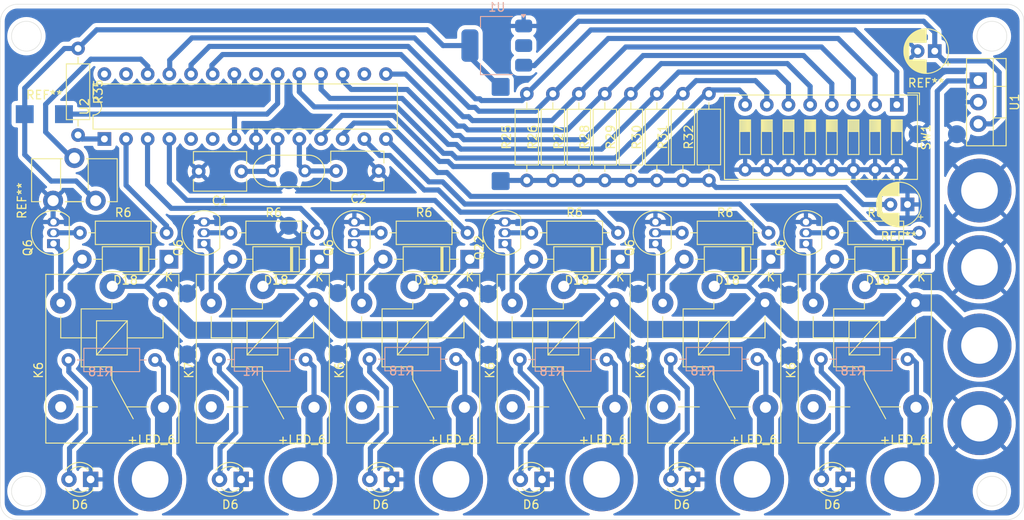
<source format=kicad_pcb>
(kicad_pcb (version 20240108) (generator "pcbnew") (generator_version "8.0")
  (title_block (title "Illuminated Signs control board (6-Pin)") (date "31/08/2024") (rev "1.0") (company "EmbeddedPioneer"))
  (layers (0 "F.Cu" power) (31 "B.Cu" signal) (34 "B.Paste" user) (35 "F.Paste" user) (36 "B.SilkS" user "B.Silkscreen") (37 "F.SilkS" user "F.Silkscreen") (38 "B.Mask" user) (39 "F.Mask" user) (44 "Edge.Cuts" user))
  (net 0 "")
  (net 1 "GND")
  (net 2 "Net-(R27-Pad2)")
  (net 3 "+12V")
  (net 4 "Net-(D6-A)")
  (net 5 "Net-(D18-A)")
  (net 7 "Net-(J10-Pin_1)")
  (net 8 "Net-(Q6-B)")
  (net 9 "+5V")
  (net 10 "unconnected-(U1-VO-Pad3)")
  (net 11 "Net-(U2-XTAL1{slash}PB6)")
  (net 12 "Net-(U2-XTAL2{slash}PB7)")
  (net 13 "unconnected-(R6-Pad2)")
  (net 14 "Net-(R25-Pad2)")
  (net 15 "Net-(R26-Pad2)")
  (net 16 "Net-(R28-Pad2)")
  (net 17 "Net-(R29-Pad2)")
  (net 18 "Net-(R30-Pad2)")
  (net 19 "Net-(R31-Pad2)")
  (net 20 "Net-(R32-Pad2)")
  (net 21 "Net-(U2-~{RESET}{slash}PC6)")
  (net 22 "unconnected-(U2-PD7-Pad13)")
  (net 24 "unconnected-(U2-PD2-Pad4)")
  (net 26 "unconnected-(U2-PB0-Pad14)")
  (net 27 "unconnected-(U2-PC3-Pad26)")
  (net 33 "unconnected-(U2-PB5-Pad19)")
  (net 40 "unconnected-(U2-PD5-Pad11)")
  (net 42 "unconnected-(U2-PD6-Pad12)")
  (net 43 "unconnected-(U1-VO-Pad2)")
  (footprint "" (layer "F.Cu") (at 121.5 94.515)
    (property "Reference" "")
    (property "Value" "")
  )
  (footprint "Resistor_THT:R_Axial_DIN0207_L6.3mm_D2.5mm_P10.16mm_Horizontal" (layer "F.Cu") (at 155.52 94.54 90)
    (property "Reference" "R27")
    (property "Value" "10K")
  )
  (footprint "Package_TO_SOT_THT:TO-92_Inline" (layer "F.Cu") (at 93.92 101.96 90)
    (property "Reference" "Q6")
    (property "Value" "BC547")
  )
  (footprint "Resistor_THT:R_Axial_DIN0207_L6.3mm_D2.5mm_P10.16mm_Horizontal" (layer "F.Cu") (at 114.67 100.69)
    (property "Reference" "R6")
    (property "Value" "1K")
  )
  (footprint "Resistor_THT:R_Axial_DIN0207_L6.3mm_D2.5mm_P10.16mm_Horizontal" (layer "F.Cu") (at 185.25 100.69)
    (property "Reference" "R6")
    (property "Value" "1K")
  )
  (footprint "Package_TO_SOT_THT:TO-220-3_Vertical" (layer "F.Cu") (at 202.35 82.815 -90)
    (property "Reference" "U1")
    (property "Value" "LM7812_TO220")
  )
  (footprint "Package_TO_SOT_THT:TO-92_Inline" (layer "F.Cu") (at 182.15 101.96 90)
    (property "Reference" "Q6")
    (property "Value" "BC547")
  )
  (footprint "" (layer "F.Cu") (at 180.2 107.965 90)
    (property "Reference" "")
    (property "Value" "")
  )
  (footprint "Package_TO_SOT_THT:TO-92_Inline" (layer "F.Cu") (at 146.85 101.96 90)
    (property "Reference" "Q22")
    (property "Value" "BC547")
  )
  (footprint "" (layer "F.Cu") (at 162.5 107.865)
    (property "Reference" "")
    (property "Value" "")
  )
  (footprint "Crystal:Crystal_HC52-U_Vertical" (layer "F.Cu") (at 119.6 93.43)
    (property "Reference" "Y1" (hide yes))
    (property "Value" "Crystal")
  )
  (footprint "Resistor_THT:R_Axial_DIN0207_L6.3mm_D2.5mm_P10.16mm_Horizontal" (layer "F.Cu") (at 96.8 79.055 -90)
    (property "Reference" "R35")
    (property "Value" "10K")
  )
  (footprint "Relay_THT:Relay_SPDT_SANYOU_SRD_Series_Form_C" (layer "F.Cu") (at 153.75 106.97 -90)
    (property "Reference" "K6")
    (property "Value" "SANYOU_SRD_Form_C" (hide yes))
  )
  (footprint "Relay_THT:Relay_SPDT_SANYOU_SRD_Series_Form_C" (layer "F.Cu") (at 189.05 106.97 -90)
    (property "Reference" "K6")
    (property "Value" "SANYOU_SRD_Form_C" (hide yes))
  )
  (footprint "" (layer "F.Cu") (at 109.6 114.965)
    (property "Reference" "")
    (property "Value" "")
  )
  (footprint "Package_TO_SOT_THT:TO-92_Inline" (layer "F.Cu") (at 129.2 101.96 90)
    (property "Reference" "Q6")
    (property "Value" "BC547")
  )
  (footprint "Package_TO_SOT_THT:TO-92_Inline" (layer "F.Cu") (at 164.5 101.96 90)
    (property "Reference" "Q6")
    (property "Value" "BC547")
  )
  (footprint "" (layer "F.Cu") (at 180.2 107.965)
    (property "Reference" "")
    (property "Value" "")
  )
  (footprint "" (layer "F.Cu") (at 180.2 115.115 90)
    (property "Reference" "")
    (property "Value" "")
  )
  (footprint "" (layer "F.Cu") (at 199.85 89.115)
    (property "Reference" "")
    (property "Value" "")
  )
  (footprint "Diode_THT:D_DO-41_SOD81_P10.16mm_Horizontal" (layer "F.Cu") (at 125.1 103.79 180)
    (property "Reference" "D18")
    (property "Value" "1N4007")
  )
  (footprint "Capacitor_THT:C_Disc_D6.0mm_W4.4mm_P5.00mm" (layer "F.Cu") (at 127.05 93.43)
    (property "Reference" "C2")
    (property "Value" "22pf" (hide yes))
  )
  (footprint "MountingHole:MountingHole_4.3mm_M4_DIN965_Pad" (layer "F.Cu") (at 202.5 123.0279 180)
    (property "Reference" "GND" (hide yes))
    (property "Value" "MountingHole_4.3mm_M4_DIN965_Pad" (hide yes))
  )
  (footprint "LED_THT:LED_D3.0mm" (layer "F.Cu") (at 133.555 129.63 180)
    (property "Reference" "D6")
    (property "Value" "LED")
  )
  (footprint "Resistor_THT:R_Axial_DIN0207_L6.3mm_D2.5mm_P10.16mm_Horizontal" (layer "F.Cu") (at 161.62 94.54 90)
    (property "Reference" "R29")
    (property "Value" "10K")
  )
  (footprint "" (layer "F.Cu") (at 144.9 107.865 90)
    (property "Reference" "")
    (property "Value" "")
  )
  (footprint "Package_TO_SOT_THT:TO-92_Inline" (layer "F.Cu") (at 111.57 101.96 90)
    (property "Reference" "Q6")
    (property "Value" "BC547")
  )
  (footprint "Resistor_THT:R_Axial_DIN0207_L6.3mm_D2.5mm_P10.16mm_Horizontal" (layer "F.Cu") (at 152.47 94.54 90)
    (property "Reference" "R26")
    (property "Value" "10K")
  )
  (footprint "Button_Switch_THT:SW_DIP_SPSTx08_Slide_9.78x22.5mm_W7.62mm_P2.54mm" (layer "F.Cu") (at 192.8 85.66 -90)
    (property "Reference" "SW1")
    (property "Value" "Control_Switches")
  )
  (footprint "Capacitor_THT:CP_Radial_D5.0mm_P2.00mm" (layer "F.Cu") (at 197.25 79.365 180)
    (property "Reference" "REF**")
    (property "Value" "CP_Radial_D5.0mm_P2.00mm" (hide yes))
  )
  (footprint "" (layer "F.Cu") (at 144.9 107.865)
    (property "Reference" "")
    (property "Value" "")
  )
  (footprint "LED_THT:LED_D3.0mm" (layer "F.Cu") (at 115.925 129.63 180)
    (property "Reference" "D6")
    (property "Value" "LED")
  )
  (footprint "Capacitor_THT:C_Disc_D6.0mm_W4.4mm_P5.00mm" (layer "F.Cu") (at 115.95 93.48 180)
    (property "Reference" "C1")
    (property "Value" "22pf" (hide yes))
  )
  (footprint "Resistor_THT:R_Axial_DIN0207_L6.3mm_D2.5mm_P10.16mm_Horizontal" (layer "F.Cu") (at 149.42 94.54 90)
    (property "Reference" "R25")
    (property "Value" "10K")
  )
  (footprint "" (layer "F.Cu") (at 162.5 115.015)
    (property "Reference" "")
    (property "Value" "")
  )
  (footprint "" (layer "F.Cu") (at 121.5 99.865)
    (property "Reference" "")
    (property "Value" "")
  )
  (footprint "" (layer "F.Cu") (at 162.5 107.865 90)
    (property "Reference" "")
    (property "Value" "")
  )
  (footprint "" (layer "F.Cu") (at 127.25 114.915 90)
    (property "Reference" "")
    (property "Value" "")
  )
  (footprint "Resistor_THT:R_Axial_DIN0207_L6.3mm_D2.5mm_P10.16mm_Horizontal" (layer "F.Cu") (at 149.95 100.69)
    (property "Reference" "R6")
    (property "Value" "1K")
  )
  (footprint "LED_THT:LED_D3.0mm" (layer "F.Cu") (at 186.505 129.63 180)
    (property "Reference" "D6")
    (property "Value" "LED")
  )
  (footprint "Diode_THT:D_DO-41_SOD81_P10.16mm_Horizontal" (layer "F.Cu") (at 178.03 103.79 180)
    (property "Reference" "D18")
    (property "Value" "1N4007")
  )
  (footprint "Resistor_THT:R_Axial_DIN0207_L6.3mm_D2.5mm_P10.16mm_Horizontal" (layer "F.Cu") (at 97.02 100.69)
    (property "Reference" "R6")
    (property "Value" "1K")
  )
  (footprint "LED_THT:LED_D3.0mm" (layer "F.Cu") (at 151.205 129.63 180)
    (property "Reference" "D6")
    (property "Value" "LED")
  )
  (footprint "Relay_THT:Relay_SPDT_SANYOU_SRD_Series_Form_C" (layer "F.Cu") (at 100.82 106.97 -90)
    (property "Reference" "K6")
    (property "Value" "SANYOU_SRD_Form_C" (hide yes))
  )
  (footprint "" (layer "F.Cu") (at 146.35 83.565)
    (property "Reference" "")
    (property "Value" "")
  )
  (footprint "Potentiometer_THT:Potentiometer_ACP_CA9-H5_Horizontal" (layer "F.Cu") (at 93.875 96.915 90)
    (property "Reference" "REF**")
    (property "Value" "Potentiometer_ACP_CA9-H5_Horizontal" (hide yes))
  )
  (footprint "MountingHole:MountingHole_4.3mm_M4_DIN965_Pad" (layer "F.Cu") (at 158.18 129.63)
    (property "Reference" "+LED_6")
    (property "Value" "MountingHole_4.3mm_M4_DIN965_Pad" (hide yes))
  )
  (footprint "Package_DIP:DIP-28_W7.62mm" (layer "F.Cu") (at 99.89 89.68 90)
    (property "Reference" "U2")
    (property "Value" "ATmega328P")
  )
  (footprint "MountingHole:MountingHole_4.3mm_M4_DIN965_Pad" (layer "F.Cu") (at 175.83 129.63)
    (property "Reference" "+LED_6")
    (property "Value" "MountingHole_4.3mm_M4_DIN965_Pad" (hide yes))
  )
  (footprint "" (layer "F.Cu") (at 180.2 115.115)
    (property "Reference" "")
    (property "Value" "")
  )
  (footprint "" (layer "F.Cu") (at 109.6 107.815 90)
    (property "Reference" "")
    (property "Value" "")
  )
  (footprint "MountingHole:MountingHole_4.3mm_M4_DIN965_Pad" (layer "F.Cu") (at 122.9 129.63)
    (property "Reference" "+LED_6")
    (property "Value" "MountingHole_4.3mm_M4_DIN965_Pad" (hide yes))
  )
  (footprint "" (layer "F.Cu") (at 146.35 94.615)
    (property "Reference" "")
    (property "Value" "")
  )
  (footprint "Resistor_THT:R_Axial_DIN0207_L6.3mm_D2.5mm_P10.16mm_Horizontal" (layer "F.Cu") (at 170.77 94.53 90)
    (property "Reference" "R32")
    (property "Value" "10K")
  )
  (footprint "Diode_THT:D_DO-41_SOD81_P10.16mm_Horizontal" (layer "F.Cu") (at 142.73 103.79 180)
    (property "Reference" "D18")
    (property "Value" "1N4007")
  )
  (footprint "" (layer "F.Cu") (at 162.5 115.015 90)
    (property "Reference" "")
    (property "Value" "")
  )
  (footprint "Resistor_THT:R_Axial_DIN0207_L6.3mm_D2.5mm_P10.16mm_Horizontal" (layer "F.Cu") (at 167.6 100.69)
    (property "Reference" "R6")
    (property "Value" "1K")
  )
  (footprint "MountingHole:MountingHole_4.3mm_M4_DIN965_Pad" (layer "F.Cu") (at 140.53 129.63)
    (property "Reference" "+LED_6")
    (property "Value" "MountingHole_4.3mm_M4_DIN965_Pad" (hide yes))
  )
  (footprint "Diode_THT:D_DO-41_SOD81_P10.16mm_Horizontal" (layer "F.Cu") (at 107.45 103.79 180)
    (property "Reference" "D18")
    (property "Value" "1N4007")
  )
  (footprint "MountingHole:MountingHole_4.3mm_M4_DIN965_Pad" (layer "F.Cu") (at 105.25 129.63)
    (property "Reference" "+LED_6")
    (property "Value" "MountingHole_4.3mm_M4_DIN965_Pad" (hide yes))
  )
  (footprint "MountingHole:MountingHole_4.3mm_M4_DIN965_Pad" (layer "F.Cu") (at 202.5 95.73 180)
    (property "Reference" "-LED_5" (hide yes))
    (property "Value" "MountingHole_4.3mm_M4_DIN965_Pad" (hide yes))
  )
  (footprint "LED_THT:LED_D3.0mm" (layer "F.Cu") (at 98.275 129.63 180)
    (property "Reference" "D6")
    (property "Value" "LED")
  )
  (footprint "LED_THT:LED_D3.0mm" (layer "F.Cu") (at 168.855 129.63 180)
    (property "Reference" "D6")
    (property "Value" "LED")
  )
  (footprint "" (layer "F.Cu") (at 195.25 89.115)
    (property "Reference" "")
    (property "Value" "")
  )
  (footprint "Resistor_THT:R_Axial_DIN0207_L6.3mm_D2.5mm_P10.16mm_Horizontal" (layer "F.Cu") (at 164.67 94.54 90)
    (property "Reference" "R30")
    (property "Value" "10K")
  )
  (footprint "Connector_Wire:SolderWire-0.5sqmm_1x02_P4.6mm_D0.9mm_OD2.1mm" (layer "F.Cu") (at 90.55 86.765)
    (property "Reference" "REF**")
    (property "Value" "SolderWire-0.5sqmm_1x02_P4.6mm_D0.9mm_OD2.1mm" (hide yes))
  )
  (footprint "Resistor_THT:R_Axial_DIN0207_L6.3mm_D2.5mm_P10.16mm_Horizontal" (layer "F.Cu") (at 132.3 100.69)
    (property "Reference" "R6")
    (property "Value" "1K")
  )
  (footprint "Relay_THT:Relay_SPDT_SANYOU_SRD_Series_Form_C" (layer "F.Cu") (at 136.1 106.97 -90)
    (property "Reference" "K6")
    (property "Value" "SANYOU_SRD_Form_C" (hide yes))
  )
  (footprint "" (layer "F.Cu") (at 144.9 115.015 90)
    (property "Reference" "")
    (property "Value" "")
  )
  (footprint "Relay_THT:Relay_SPDT_SANYOU_SRD_Series_Form_C" (layer "F.Cu") (at 171.4 106.97 -90)
    (property "Reference" "K6")
    (property "Value" "SANYOU_SRD_Form_C" (hide yes))
  )
  (footprint "Diode_THT:D_DO-41_SOD81_P10.16mm_Horizontal" (layer "F.Cu") (at 195.68 103.79 180)
    (property "Reference" "D18")
    (property "Value" "1N4007")
  )
  (footprint "Diode_THT:D_DO-41_SOD81_P10.16mm_Horizontal" (layer "F.Cu") (at 160.38 103.79 180)
    (property "Reference" "D18")
    (property "Value" "1N4007")
  )
  (footprint "MountingHole:MountingHole_4.3mm_M4_DIN965_Pad" (layer "F.Cu") (at 202.5 104.73 180)
    (property "Reference" "-LED_4" (hide yes))
    (property "Value" "MountingHole_4.3mm_M4_DIN965_Pad" (hide yes))
  )
  (footprint "Capacitor_THT:CP_Radial_D5.0mm_P2.00mm" (layer "F.Cu") (at 194.055113 97.365 180)
    (property "Reference" "REF**")
    (property "Value" "CP_Radial_D5.0mm_P2.00mm" (hide yes))
  )
  (footprint "" (layer "F.Cu") (at 109.6 107.815)
    (property "Reference" "")
    (property "Value" "")
  )
  (footprint "MountingHole:MountingHole_4.3mm_M4_DIN965_Pad" (layer "F.Cu") (at 193.48 129.63)
    (property "Reference" "+LED_6")
    (property "Value" "MountingHole_4.3mm_M4_DIN965_Pad" (hide yes))
  )
  (footprint "" (layer "F.Cu") (at 144.9 115.015)
    (property "Reference" "")
    (property "Value" "")
  )
  (footprint "" (layer "F.Cu") (at 127.25 107.765 90)
    (property "Reference" "")
    (property "Value" "")
  )
  (footprint "MountingHole:MountingHole_4.3mm_M4_DIN965_Pad" (layer "F.Cu") (at 202.5 113.915 180)
    (property "Reference" "+24V" (hide yes))
    (property "Value" "MountingHole_4.3mm_M4_DIN965_Pad" (hide yes))
  )
  (footprint "" (layer "F.Cu") (at 109.6 114.965 90)
    (property "Reference" "")
    (property "Value" "")
  )
  (footprint "Resistor_THT:R_Axial_DIN0207_L6.3mm_D2.5mm_P10.16mm_Horizontal" (layer "F.Cu") (at 167.72 94.53 90)
    (property "Reference" "R31")
    (property "Value" "10K")
  )
  (footprint "Resistor_THT:R_Axial_DIN0207_L6.3mm_D2.5mm_P10.16mm_Horizontal" (layer "F.Cu") (at 158.57 94.54 90)
    (property "Reference" "R28")
    (property "Value" "10K")
  )
  (footprint "Relay_THT:Relay_SPDT_SANYOU_SRD_Series_Form_C" (layer "F.Cu") (at 118.47 106.97 -90)
    (property "Reference" "K7")
    (property "Value" "SANYOU_SRD_Form_C" (hide yes))
  )
  (footprint "Resistor_THT:R_Axial_DIN0207_L6.3mm_D2.5mm_P10.16mm_Horizontal" (layer "B.Cu") (at 166.3 115.515)
    (property "Reference" "R18")
    (property "Value" "470R")
  )
  (footprint "Resistor_THT:R_Axial_DIN0207_L6.3mm_D2.5mm_P10.16mm_Horizontal" (layer "B.Cu") (at 95.67 115.615)
    (property "Reference" "R18")
    (property "Value" "470R")
  )
  (footprint "Resistor_THT:R_Axial_DIN0207_L6.3mm_D2.5mm_P10.16mm_Horizontal" (layer "B.Cu") (at 113.32 115.565)
    (property "Reference" "R1")
    (property "Value" "470R")
  )
  (footprint "Resistor_THT:R_Axial_DIN0207_L6.3mm_D2.5mm_P10.16mm_Horizontal" (layer "B.Cu") (at 130.97 115.515)
    (property "Reference" "R18")
    (property "Value" "470R")
  )
  (footprint "Resistor_THT:R_Axial_DIN0207_L6.3mm_D2.5mm_P10.16mm_Horizontal" (layer "B.Cu") (at 148.6 115.565)
    (property "Reference" "R18")
    (property "Value" "470R")
  )
  (footprint "Resistor_THT:R_Axial_DIN0207_L6.3mm_D2.5mm_P10.16mm_Horizontal" (layer "B.Cu") (at 183.9 115.515)
    (property "Reference" "R18")
    (property "Value" "470R")
  )
  (footprint "Package_TO_SOT_SMD:SOT-223-3_TabPin2" (layer "B.Cu") (at 145.9 78.715 180)
    (property "Reference" "U1")
    (property "Value" "AMS1117-5.0" (hide yes))
  )
  (gr_circle (center 203.95 131.015) (end 205.7 131.015) (stroke (width 0.05)) (fill none) (layer "Edge.Cuts"))
  (gr_arc (start 87.7 75.865) (mid 88.285786 74.450786) (end 89.7 73.865) (stroke (width 0.05)) (layer "Edge.Cuts"))
  (gr_line (start 87.7 132.365) (end 87.7 75.865) (stroke (width 0.05)) (layer "Edge.Cuts"))
  (gr_circle (center 90.75 77.615) (end 92.5 77.615) (stroke (width 0.05)) (fill none) (layer "Edge.Cuts"))
  (gr_arc (start 207.7 132.365) (mid 207.114214 133.779214) (end 205.7 134.365) (stroke (width 0.05)) (layer "Edge.Cuts"))
  (gr_line (start 89.7 73.865) (end 205.7 73.865) (stroke (width 0.05)) (layer "Edge.Cuts"))
  (gr_circle (center 90.75 131.015) (end 92.5 131.015) (stroke (width 0.05)) (fill none) (layer "Edge.Cuts"))
  (gr_circle (center 203.95 77.615) (end 205.7 77.615) (stroke (width 0.05)) (fill none) (layer "Edge.Cuts"))
  (gr_arc (start 205.7 73.865) (mid 207.114214 74.450786) (end 207.7 75.865) (stroke (width 0.05)) (layer "Edge.Cuts"))
  (gr_line (start 205.7 134.365) (end 89.7 134.365) (stroke (width 0.05)) (layer "Edge.Cuts"))
  (gr_line (start 207.7 75.865) (end 207.7 132.365) (stroke (width 0.05)) (layer "Edge.Cuts"))
  (gr_arc (start 89.7 134.365) (mid 88.285786 133.779214) (end 87.7 132.365) (stroke (width 0.05)) (layer "Edge.Cuts"))
  (segment (start 146.85 100.69) (end 149.95 100.69) (width 0.6) (layer "B.Cu") (net 0))
  (segment (start 182.64 93.28) (end 185.18 93.28) (width 0.6) (layer "B.Cu") (net 1))
  (segment (start 175.02 93.28) (end 177.56 93.28) (width 0.6) (layer "B.Cu") (net 1))
  (segment (start 185.18 93.28) (end 187.72 93.28) (width 0.6) (layer "B.Cu") (net 1))
  (segment (start 190.26 93.28) (end 192.8 93.28) (width 0.6) (layer "B.Cu") (net 1))
  (segment (start 180.1 93.28) (end 182.64 93.28) (width 0.6) (layer "B.Cu") (net 1))
  (segment (start 203.45 123.9779) (end 202.5 123.0279) (width 0.6) (layer "B.Cu") (net 1))
  (segment (start 115.15 84.759888) (end 115.15 82.08) (width 0.6) (layer "B.Cu") (net 1))
  (segment (start 93.875 96.915) (end 93.875 99.375) (width 0.6) (layer "B.Cu") (net 1))
  (segment (start 187.72 93.28) (end 190.26 93.28) (width 0.6) (layer "B.Cu") (net 1))
  (segment (start 115.15 82.08) (end 115.13 82.06) (width 0) (layer "B.Cu") (net 1))
  (segment (start 93.875 99.375) (end 93.92 99.42) (width 0.6) (layer "B.Cu") (net 1))
  (segment (start 177.56 93.28) (end 180.1 93.28) (width 0.6) (layer "B.Cu") (net 1))
  (segment (start 112.5 81.015) (end 112.5 81.965) (width 0.6) (layer "B.Cu") (net 2))
  (segment (start 161.02 78.88) (end 183.97 78.88) (width 0.6) (layer "B.Cu") (net 2))
  (segment (start 142.6 87.065) (end 141.95 87.065) (width 0.6) (layer "B.Cu") (net 2))
  (segment (start 152.385 87.515) (end 143.05 87.515) (width 0.6) (layer "B.Cu") (net 2))
  (segment (start 143.05 87.515) (end 142.6 87.065) (width 0.6) (layer "B.Cu") (net 2))
  (segment (start 187.72 82.63) (end 187.72 85.66) (width 0.6) (layer "B.Cu") (net 2))
  (segment (start 183.97 78.88) (end 187.72 82.63) (width 0.6) (layer "B.Cu") (net 2))
  (segment (start 134.65 79.765) (end 113.75 79.765) (width 0.6) (layer "B.Cu") (net 2))
  (segment (start 155.52 84.38) (end 152.385 87.515) (width 0.6) (layer "B.Cu") (net 2))
  (segment (start 155.52 84.38) (end 161.02 78.88) (width 0.6) (layer "B.Cu") (net 2))
  (segment (start 113.75 79.765) (end 112.5 81.015) (width 0.6) (layer "B.Cu") (net 2))
  (segment (start 141.95 87.065) (end 134.65 79.765) (width 0.6) (layer "B.Cu") (net 2))
  (segment (start 127.58 112.08) (end 138.89 112.08) (width 2) (layer "B.Cu") (net 3))
  (segment (start 178.03 104.22) (end 175.28 106.97) (width 0.6) (layer "B.Cu") (net 3))
  (segment (start 122.35 106.97) (end 122.47 106.97) (width 0.6) (layer "B.Cu") (net 3))
  (segment (start 145.21 112.08) (end 156.54 112.08) (width 2) (layer "B.Cu") (net 3))
  (segment (start 115.3 118.93) (end 115.3 124.13) (width 0.6) (layer "B.Cu") (net 3))
  (segment (start 177.4 121.17) (end 177.4 128.06) (width 2) (layer "B.Cu") (net 3))
  (segment (start 124.42 108.92) (end 124.42 108.95) (width 0.6) (layer "B.Cu") (net 3))
  (segment (start 189.05 106.97) (end 192.93 106.97) (width 0.6) (layer "B.Cu") (net 3))
  (segment (start 113.37 115.43) (end 113.37 117) (width 0.6) (layer "B.Cu") (net 3))
  (segment (start 124.47 116.435) (end 124.47 121.17) (width 0.6) (layer "B.Cu") (net 3))
  (segment (start 123.48 115.565) (end 123.6 115.565) (width 0.6) (layer "B.Cu") (net 3))
  (segment (start 178.03 103.79) (end 178.03 104.22) (width 0.6) (layer "B.Cu") (net 3))
  (segment (start 197.55 84.065) (end 198.75 82.865) (width 0.6) (layer "B.Cu") (net 3))
  (segment (start 113.45 125.98) (end 113.45 129.565) (width 0.6) (layer "B.Cu") (net 3))
  (segment (start 174.24 112.03) (end 177.35 108.92) (width 2) (layer "B.Cu") (net 3))
  (segment (start 198.75 82.865) (end 202.35 82.865) (width 0.6) (layer "B.Cu") (net 3))
  (segment (start 125.1 104.22) (end 122.35 106.97) (width 0.6) (layer "B.Cu") (net 3))
  (segment (start 195.05 128.06) (end 193.48 129.63) (width 0.6) (layer "B.Cu") (net 3))
  (segment (start 123.6 115.565) (end 124.47 116.435) (width 0.6) (layer "B.Cu") (net 3))
  (segment (start 177.35 108.92) (end 180.46 112.03) (width 2) (layer "B.Cu") (net 3))
  (segment (start 107.45 103.79) (end 107.45 104.22) (width 0.6) (layer "B.Cu") (net 3))
  (segment (start 136.1 106.97) (end 139.98 106.97) (width 0.6) (layer "B.Cu") (net 3))
  (segment (start 153.75 106.97) (end 157.63 106.97) (width 0.6) (layer "B.Cu") (net 3))
  (segment (start 157.63 106.97) (end 157.75 106.97) (width 0.6) (layer "B.Cu") (net 3))
  (segment (start 192.93 106.97) (end 193.05 106.97) (width 0.6) (layer "B.Cu") (net 3))
  (segment (start 159.75 121.17) (end 159.75 128.06) (width 2) (layer "B.Cu") (net 3))
  (segment (start 118.47 106.97) (end 122.35 106.97) (width 0.6) (layer "B.Cu") (net 3))
  (segment (start 202.5 113.915) (end 202.5 110.665) (width 0.6) (layer "B.Cu") (net 3))
  (segment (start 157.75 106.97) (end 159.7 108.92) (width 0.6) (layer "B.Cu") (net 3))
  (segment (start 107.45 104.22) (end 104.7 106.97) (width 0.6) (layer "B.Cu") (net 3))
  (segment (start 139.98 106.97) (end 140.1 106.97) (width 0.6) (layer "B.Cu") (net 3))
  (segment (start 113.45 129.565) (end 113.385 129.63) (width 0.6) (layer "B.Cu") (net 3))
  (segment (start 106.77 108.92) (end 109.98 112.13) (width 2) (layer "B.Cu") (net 3))
  (segment (start 124.42 108.92) (end 127.58 112.08) (width 2) (layer "B.Cu") (net 3))
  (segment (start 195.68 103.79) (end 197.55 101.92) (width 0.6) (layer "B.Cu") (net 3))
  (segment (start 121.21 112.13) (end 124.42 108.92) (width 2) (layer "B.Cu") (net 3))
  (segment (start 104.82 106.97) (end 106.77 108.92) (width 0.6) (layer "B.Cu") (net 3))
  (segment (start 159.75 128.06) (end 158.18 129.63) (width 0.6) (layer "B.Cu") (net 3))
  (segment (start 202.35 82.865) (end 202.6 82.615) (width 0.6) (layer "B.Cu") (net 3))
  (segment (start 197.505 108.92) (end 202.5 113.915) (width 2) (layer "B.Cu") (net 3))
  (segment (start 113.37 117) (end 115.3 118.93) (width 0.6) (layer "B.Cu") (net 3))
  (segment (start 142.05 108.92) (end 145.21 112.08) (width 2) (layer "B.Cu") (net 3))
  (segment (start 195.05 121.17) (end 195.05 128.06) (width 2) (layer "B.Cu") (net 3))
  (segment (start 125.1 103.79) (end 125.1 104.22) (width 0.6) (layer "B.Cu") (net 3))
  (segment (start 160.38 104.22) (end 157.63 106.97) (width 0.6) (layer "B.Cu") (net 3))
  (segment (start 159.7 108.92) (end 162.81 112.03) (width 2) (layer "B.Cu") (net 3))
  (segment (start 140.1 106.97) (end 142.05 108.92) (width 0.6) (layer "B.Cu") (net 3))
  (segment (start 142.1 128.06) (end 140.53 129.63) (width 0.6) (layer "B.Cu") (net 3))
  (segment (start 100.82 106.97) (end 104.7 106.97) (width 0.6) (layer "B.Cu") (net 3))
  (segment (start 142.73 103.79) (end 142.73 104.22) (width 0.6) (layer "B.Cu") (net 3))
  (segment (start 160.38 103.79) (end 160.38 104.22) (width 0.6) (layer "B.Cu") (net 3))
  (segment (start 115.3 124.13) (end 113.45 125.98) (width 0.6) (layer "B.Cu") (net 3))
  (segment (start 195.68 103.79) (end 195.68 104.22) (width 0.6) (layer "B.Cu") (net 3))
  (segment (start 195 108.92) (end 197.505 108.92) (width 2) (layer "B.Cu") (net 3))
  (segment (start 191.89 112.03) (end 195 108.92) (width 2) (layer "B.Cu") (net 3))
  (segment (start 142.1 121.17) (end 142.1 128.06) (width 2) (layer "B.Cu") (net 3))
  (segment (start 122.47 106.97) (end 124.42 108.92) (width 0.6) (layer "B.Cu") (net 3))
  (segment (start 162.81 112.03) (end 174.24 112.03) (width 2) (layer "B.Cu") (net 3))
  (segment (start 138.89 112.08) (end 142.05 108.92) (width 2) (layer "B.Cu") (net 3))
  (segment (start 171.4 106.97) (end 175.28 106.97) (width 0.6) (layer "B.Cu") (net 3))
  (segment (start 104.7 106.97) (end 104.82 106.97) (width 0.6) (layer "B.Cu") (net 3))
  (segment (start 197.55 101.92) (end 197.55 84.065) (width 0.6) (layer "B.Cu") (net 3))
  (segment (start 177.4 128.06) (end 175.83 129.63) (width 0.6) (layer "B.Cu") (net 3))
  (segment (start 195.68 104.22) (end 192.93 106.97) (width 0.6) (layer "B.Cu") (net 3))
  (segment (start 106.82 121.17) (end 106.82 128.06) (width 2) (layer "B.Cu") (net 3))
  (segment (start 142.73 104.22) (end 139.98 106.97) (width 0.6) (layer "B.Cu") (net 3))
  (segment (start 156.54 112.08) (end 159.7 108.92) (width 2) (layer "B.Cu") (net 3))
  (segment (start 180.46 112.03) (end 191.89 112.03) (width 2) (layer "B.Cu") (net 3))
  (segment (start 175.28 106.97) (end 175.4 106.97) (width 0.6) (layer "B.Cu") (net 3))
  (segment (start 124.47 121.17) (end 124.47 128.06) (width 2) (layer "B.Cu") (net 3))
  (segment (start 193.05 106.97) (end 195 108.92) (width 0.6) (layer "B.Cu") (net 3))
  (segment (start 109.98 112.13) (end 121.21 112.13) (width 2) (layer "B.Cu") (net 3))
  (segment (start 175.4 106.97) (end 177.35 108.92) (width 0.6) (layer "B.Cu") (net 3))
  (segment (start 124.47 128.06) (end 122.9 129.63) (width 0.6) (layer "B.Cu") (net 3))
  (segment (start 106.82 128.06) (end 105.25 129.63) (width 0.6) (layer "B.Cu") (net 3))
  (segment (start 131 115.43) (end 131 117) (width 0.6) (layer "B.Cu") (net 4))
  (segment (start 97.65 124.13) (end 95.8 125.98) (width 0.6) (layer "B.Cu") (net 4))
  (segment (start 148.73 129.565) (end 148.665 129.63) (width 0.6) (layer "B.Cu") (net 4))
  (segment (start 95.8 125.98) (end 95.8 129.565) (width 0.6) (layer "B.Cu") (net 4))
  (segment (start 150.58 118.93) (end 150.58 124.13) (width 0.6) (layer "B.Cu") (net 4))
  (segment (start 166.38 125.98) (end 166.38 129.565) (width 0.6) (layer "B.Cu") (net 4))
  (segment (start 148.65 115.43) (end 148.65 117) (width 0.6) (layer "B.Cu") (net 4))
  (segment (start 95.72 115.43) (end 95.72 117) (width 0.6) (layer "B.Cu") (net 4))
  (segment (start 158.76 115.565) (end 159.15 115.565) (width 0.6) (layer "B.Cu") (net 4))
  (segment (start 150.58 124.13) (end 148.73 125.98) (width 0.6) (layer "B.Cu") (net 4))
  (segment (start 185.88 118.93) (end 185.88 124.13) (width 0.6) (layer "B.Cu") (net 4))
  (segment (start 195.1 120.615) (end 195 120.715) (width 0.6) (layer "B.Cu") (net 4))
  (segment (start 194.65 115.515) (end 195.1 115.965) (width 0.6) (layer "B.Cu") (net 4))
  (segment (start 176.9 115.515) (end 177.45 116.065) (width 0.6) (layer "B.Cu") (net 4))
  (segment (start 95.72 117) (end 97.65 118.93) (width 0.6) (layer "B.Cu") (net 4))
  (segment (start 148.73 125.98) (end 148.73 129.565) (width 0.6) (layer "B.Cu") (net 4))
  (segment (start 166.3 115.43) (end 166.3 117) (width 0.6) (layer "B.Cu") (net 4))
  (segment (start 185.88 124.13) (end 184.03 125.98) (width 0.6) (layer "B.Cu") (net 4))
  (segment (start 159.15 115.565) (end 159.8 116.215) (width 0.6) (layer "B.Cu") (net 4))
  (segment (start 183.95 115.43) (end 183.95 117) (width 0.6) (layer "B.Cu") (net 4))
  (segment (start 166.38 129.565) (end 166.315 129.63) (width 0.6) (layer "B.Cu") (net 4))
  (segment (start 97.65 118.93) (end 97.65 124.13) (width 0.6) (layer "B.Cu") (net 4))
  (segment (start 194.06 115.515) (end 194.65 115.515) (width 0.6) (layer "B.Cu") (net 4))
  (segment (start 184.03 129.565) (end 183.965 129.63) (width 0.6) (layer "B.Cu") (net 4))
  (segment (start 142.15 120.865) (end 142.1 120.915) (width 0.6) (layer "B.Cu") (net 4))
  (segment (start 131.08 125.98) (end 131.08 129.565) (width 0.6) (layer "B.Cu") (net 4))
  (segment (start 131.08 129.565) (end 131.015 129.63) (width 0.6) (layer "B.Cu") (net 4))
  (segment (start 132.93 118.93) (end 132.93 124.13) (width 0.6) (layer "B.Cu") (net 4))
  (segment (start 132.93 124.13) (end 131.08 125.98) (width 0.6) (layer "B.Cu") (net 4))
  (segment (start 166.3 117) (end 168.23 118.93) (width 0.6) (layer "B.Cu") (net 4))
  (segment (start 168.23 118.93) (end 168.23 124.13) (width 0.6) (layer "B.Cu") (net 4))
  (segment (start 131 117) (end 132.93 118.93) (width 0.6) (layer "B.Cu") (net 4))
  (segment (start 184.03 125.98) (end 184.03 129.565) (width 0.6) (layer "B.Cu") (net 4))
  (segment (start 141.7 115.515) (end 142.15 115.965) (width 0.6) (layer "B.Cu") (net 4))
  (segment (start 177.45 116.065) (end 177.45 120.815) (width 0.6) (layer "B.Cu") (net 4))
  (segment (start 159.8 116.215) (end 159.8 121.165) (width 0.6) (layer "B.Cu") (net 4))
  (segment (start 95.8 129.565) (end 95.735 129.63) (width 0.6) (layer "B.Cu") (net 4))
  (segment (start 176.46 115.515) (end 176.9 115.515) (width 0.6) (layer "B.Cu") (net 4))
  (segment (start 141.13 115.515) (end 141.7 115.515) (width 0.6) (layer "B.Cu") (net 4))
  (segment (start 195.1 115.965) (end 195.1 120.615) (width 0.6) (layer "B.Cu") (net 4))
  (segment (start 142.15 115.965) (end 142.15 120.865) (width 0.6) (layer "B.Cu") (net 4))
  (segment (start 183.95 117) (end 185.88 118.93) (width 0.6) (layer "B.Cu") (net 4))
  (segment (start 168.23 124.13) (end 166.38 125.98) (width 0.6) (layer "B.Cu") (net 4))
  (segment (start 148.65 117) (end 150.58 118.93) (width 0.6) (layer "B.Cu") (net 4))
  (segment (start 94.77 106.31) (end 97.29 103.79) (width 0.6) (layer "B.Cu") (net 5))
  (segment (start 183 106.31) (end 185.52 103.79) (width 0.6) (layer "B.Cu") (net 5))
  (segment (start 94.77 108.92) (end 94.77 106.31) (width 0.6) (layer "B.Cu") (net 5))
  (segment (start 147.7 106.31) (end 150.22 103.79) (width 0.6) (layer "B.Cu") (net 5))
  (segment (start 183 102.81) (end 183 106.31) (width 0.6) (layer "B.Cu") (net 5))
  (segment (start 130.05 108.92) (end 130.05 106.31) (width 0.6) (layer "B.Cu") (net 5))
  (segment (start 112.42 106.31) (end 114.94 103.79) (width 0.6) (layer "B.Cu") (net 5))
  (segment (start 183 108.92) (end 183 106.31) (width 0.6) (layer "B.Cu") (net 5))
  (segment (start 97.12 103.62) (end 97.29 103.79) (width 0.6) (layer "B.Cu") (net 5))
  (segment (start 167.7 103.62) (end 167.87 103.79) (width 0.6) (layer "B.Cu") (net 5))
  (segment (start 167.9 103.76) (end 167.87 103.79) (width 0.6) (layer "B.Cu") (net 5))
  (segment (start 150.05 103.62) (end 150.22 103.79) (width 0.6) (layer "B.Cu") (net 5))
  (segment (start 182.15 101.96) (end 183 102.81) (width 0.6) (layer "B.Cu") (net 5))
  (segment (start 114.77 103.62) (end 114.94 103.79) (width 0.6) (layer "B.Cu") (net 5))
  (segment (start 165.35 108.92) (end 165.35 106.31) (width 0.6) (layer "B.Cu") (net 5))
  (segment (start 130.05 102.81) (end 130.05 106.31) (width 0.6) (layer "B.Cu") (net 5))
  (segment (start 150.25 103.76) (end 150.22 103.79) (width 0.6) (layer "B.Cu") (net 5))
  (segment (start 129.2 101.96) (end 130.05 102.81) (width 0.6) (layer "B.Cu") (net 5))
  (segment (start 111.57 101.96) (end 112.42 102.81) (width 0.6) (layer "B.Cu") (net 5))
  (segment (start 185.55 103.76) (end 185.52 103.79) (width 0.6) (layer "B.Cu") (net 5))
  (segment (start 185.35 103.62) (end 185.52 103.79) (width 0.6) (layer "B.Cu") (net 5))
  (segment (start 165.35 102.81) (end 165.35 106.31) (width 0.6) (layer "B.Cu") (net 5))
  (segment (start 132.4 103.62) (end 132.57 103.79) (width 0.6) (layer "B.Cu") (net 5))
  (segment (start 147.7 108.92) (end 147.7 106.31) (width 0.6) (layer "B.Cu") (net 5))
  (segment (start 112.42 108.92) (end 112.42 106.31) (width 0.6) (layer "B.Cu") (net 5))
  (segment (start 93.92 101.96) (end 94.77 102.81) (width 0.6) (layer "B.Cu") (net 5))
  (segment (start 147.7 102.81) (end 147.7 106.31) (width 0.6) (layer "B.Cu") (net 5))
  (segment (start 130.05 106.31) (end 132.57 103.79) (width 0.6) (layer "B.Cu") (net 5))
  (segment (start 146.85 101.96) (end 147.7 102.81) (width 0.6) (layer "B.Cu") (net 5))
  (segment (start 97.32 103.76) (end 97.29 103.79) (width 0.6) (layer "B.Cu") (net 5))
  (segment (start 164.5 101.96) (end 165.35 102.81) (width 0.6) (layer "B.Cu") (net 5))
  (segment (start 114.97 103.76) (end 114.94 103.79) (width 0.6) (layer "B.Cu") (net 5))
  (segment (start 94.77 102.81) (end 94.77 106.31) (width 0.6) (layer "B.Cu") (net 5))
  (segment (start 112.42 102.81) (end 112.42 106.31) (width 0.6) (layer "B.Cu") (net 5))
  (segment (start 165.35 106.31) (end 167.87 103.79) (width 0.6) (layer "B.Cu") (net 5))
  (segment (start 132.6 103.76) (end 132.57 103.79) (width 0.6) (layer "B.Cu") (net 5))
  (segment (start 106.82 116.435) (end 106.05 115.665) (width 0.6) (layer "B.Cu") (net 7))
  (segment (start 106.82 121.17) (end 106.82 116.435) (width 0.6) (layer "B.Cu") (net 7))
  (segment (start 106.05 115.665) (end 105.7 115.665) (width 0.6) (layer "B.Cu") (net 7))
  (segment (start 164.5 100.69) (end 167.6 100.69) (width 0.6) (layer "B.Cu") (net 8))
  (segment (start 93.92 100.69) (end 97.02 100.69) (width 0.6) (layer "B.Cu") (net 8))
  (segment (start 182.15 100.69) (end 185.25 100.69) (width 0.6) (layer "B.Cu") (net 8))
  (segment (start 129.2 100.69) (end 132.3 100.69) (width 0.6) (layer "B.Cu") (net 8))
  (segment (start 111.57 100.69) (end 114.67 100.69) (width 0.6) (layer "B.Cu") (net 8))
  (segment (start 158.57 94.54) (end 155.52 94.54) (width 0.6) (layer "B.Cu") (net 9))
  (segment (start 120.2 85.515) (end 120.2 82.065) (width 0.6) (layer "B.Cu") (net 9))
  (segment (start 192.055113 97.365) (end 188.85 97.365) (width 0.6) (layer "B.Cu") (net 9))
  (segment (start 98.99 76.865) (end 137.75 76.865) (width 0.6) (layer "B.Cu") (net 9))
  (segment (start 115.15 89.66) (end 115.13 89.68) (width 0) (layer "B.Cu") (net 9))
  (segment (start 115.15 86.759888) (end 95.405112 86.759888) (width 0.6) (layer "B.Cu") (net 9))
  (segment (start 161.62 94.54) (end 158.57 94.54) (width 0.6) (layer "B.Cu") (net 9))
  (segment (start 164.68 94.53) (end 164.67 94.54) (width 0.6) (layer "B.Cu") (net 9))
  (segment (start 115.15 86.759888) (end 118.955112 86.759888) (width 0.6) (layer "B.Cu") (net 9))
  (segment (start 146.3 94.565) (end 146.1 94.765) (width 0.6) (layer "B.Cu") (net 9))
  (segment (start 152.47 94.54) (end 149.42 94.54) (width 0.6) (layer "B.Cu") (net 9))
  (segment (start 155.52 94.54) (end 152.47 94.54) (width 0.6) (layer "B.Cu") (net 9))
  (segment (start 146.575 94.54) (end 146.55 94.565) (width 0.6) (layer "B.Cu") (net 9))
  (segment (start 93.65 94.615) (end 90.55 91.515) (width 0.6) (layer "B.Cu") (net 9))
  (segment (start 149.42 94.54) (end 146.575 94.54) (width 0.6) (layer "B.Cu") (net 9))
  (segment (start 96.575 94.615) (end 93.65 94.615) (width 0.6) (layer "B.Cu") (net 9))
  (segment (start 90.55 91.515) (end 90.55 83.715) (width 0.6) (layer "B.Cu") (net 9))
  (segment (start 188.85 97.365) (end 186.85 95.365) (width 0.6) (layer "B.Cu") (net 9))
  (segment (start 170.77 94.53) (end 167.72 94.53) (width 0.6) (layer "B.Cu") (net 9))
  (segment (start 118.955112 86.759888) (end 120.2 85.515) (width 0.6) (layer "B.Cu") (net 9))
  (segment (start 95.21 79.055) (end 96.8 79.055) (width 0.6) (layer "B.Cu") (net 9))
  (segment (start 146.55 94.565) (end 146.3 94.565) (width 0.6) (layer "B.Cu") (net 9))
  (segment (start 186.85 95.365) (end 171.605 95.365) (width 0.6) (layer "B.Cu") (net 9))
  (segment (start 115.13 89.68) (end 115.09 89.64) (width 0.6) (layer "B.Cu") (net 9))
  (segment (start 96.8 79.055) (end 98.99 76.865) (width 0.6) (layer "B.Cu") (net 9))
  (segment (start 167.72 94.53) (end 164.68 94.53) (width 0.6) (layer "B.Cu") (net 9))
  (segment (start 171.605 95.365) (end 170.77 94.53) (width 0.6) (layer "B.Cu") (net 9))
  (segment (start 120.2 82.065) (end 120.15 82.015) (width 0.6) (layer "B.Cu") (net 9))
  (segment (start 95.405112 86.759888) (end 95.4 86.765) (width 0.6) (layer "B.Cu") (net 9))
  (segment (start 137.75 76.865) (end 139.6 78.715) (width 0.6) (layer "B.Cu") (net 9))
  (segment (start 115.15 86.759888) (end 115.15 89.66) (width 0.6) (layer "B.Cu") (net 9))
  (segment (start 98.875 96.915) (end 96.575 94.615) (width 0.6) (layer "B.Cu") (net 9))
  (segment (start 164.67 94.54) (end 161.62 94.54) (width 0.6) (layer "B.Cu") (net 9))
  (segment (start 90.55 83.715) (end 95.21 79.055) (width 0.6) (layer "B.Cu") (net 9))
  (segment (start 139.6 78.715) (end 142.75 78.715) (width 0.6) (layer "B.Cu") (net 9))
  (segment (start 150.3 81.065) (end 148.9 81.065) (width 0.6) (layer "B.Cu") (net 10))
  (segment (start 155.5 75.865) (end 150.3 81.065) (width 0.6) (layer "B.Cu") (net 10))
  (segment (start 197.25 79.315) (end 197.45 79.515) (width 0.6) (layer "B.Cu") (net 10))
  (segment (start 204.8 87.015) (end 204.8 81.865) (width 0.6) (layer "B.Cu") (net 10))
  (segment (start 155.5 75.865) (end 195.95 75.865) (width 0.6) (layer "B.Cu") (net 10))
  (segment (start 197.25 77.165) (end 197.25 79.315) (width 0.6) (layer "B.Cu") (net 10))
  (segment (start 204.8 81.865) (end 203.45 80.515) (width 0.6) (layer "B.Cu") (net 10))
  (segment (start 198.35 80.515) (end 197.2 79.365) (width 0.6) (layer "B.Cu") (net 10))
  (segment (start 203.45 80.515) (end 198.35 80.515) (width 0.6) (layer "B.Cu") (net 10))
  (segment (start 195.95 75.865) (end 197.25 77.165) (width 0.6) (layer "B.Cu") (net 10))
  (segment (start 203.91 87.905) (end 204.8 87.015) (width 0.6) (layer "B.Cu") (net 10))
  (segment (start 202.595 87.905) (end 203.91 87.905) (width 0.6) (layer "B.Cu") (net 10))
  (segment (start 120.21 89.68) (end 120.21 92.82) (width 0.6) (layer "B.Cu") (net 11))
  (segment (start 119.55 93.48) (end 119.6 93.43) (width 0.6) (layer "B.Cu") (net 11))
  (segment (start 115.95 93.48) (end 119.55 93.48) (width 0.6) (layer "B.Cu") (net 11))
  (segment (start 120.21 92.82) (end 119.6 93.43) (width 0.6) (layer "B.Cu") (net 11))
  (segment (start 122.75 89.68) (end 122.75 92.78) (width 0.6) (layer "B.Cu") (net 12))
  (segment (start 123.38 93.45) (end 123.4 93.43) (width 0.6) (layer "B.Cu") (net 12))
  (segment (start 122.75 92.78) (end 123.4 93.43) (width 0.6) (layer "B.Cu") (net 12))
  (segment (start 123.4 93.43) (end 127.05 93.43) (width 0.6) (layer "B.Cu") (net 12))
  (segment (start 177.76 100.69) (end 174.385 97.315) (width 0.6) (layer "B.Cu") (net 13))
  (segment (start 124.83 100.69) (end 124.83 99.76) (width 0.6) (layer "B.Cu") (net 13))
  (segment (start 142.46 100.69) (end 138.65 96.88) (width 0.6) (layer "B.Cu") (net 13))
  (segment (start 137.95 94.715) (end 134.8 91.565) (width 0.6) (layer "B.Cu") (net 13))
  (segment (start 174.385 97.315) (end 142.15 97.315) (width 0.6) (layer "B.Cu") (net 13))
  (segment (start 107.18 99.86) (end 102.5 95.18) (width 0.6) (layer "B.Cu") (net 13))
  (segment (start 107.18 100.69) (end 107.18 99.86) (width 0.6) (layer "B.Cu") (net 13))
  (segment (start 102.43 89.68) (end 102.43 95.11) (width 0.6) (layer "B.Cu") (net 13))
  (segment (start 107.735 97.815) (end 104.95 95.03) (width 0.6) (layer "B.Cu") (net 13))
  (segment (start 141.65 98.265) (end 139.05 95.665) (width 0.6) (layer "B.Cu") (net 13))
  (segment (start 102.43 95.11) (end 102.8 95.48) (width 0.6) (layer "B.Cu") (net 13))
  (segment (start 157.685 98.265) (end 141.65 98.265) (width 0.6) (layer "B.Cu") (net 13))
  (segment (start 139.05 95.665) (end 137.4 95.665) (width 0.6) (layer "B.Cu") (net 13))
  (segment (start 142.85 96.415) (end 140.05 93.615) (width 0.6) (layer "B.Cu") (net 13))
  (segment (start 139.55 94.715) (end 137.95 94.715) (width 0.6) (layer "B.Cu") (net 13))
  (segment (start 190.425 100.69) (end 186.15 96.415) (width 0.6) (layer "B.Cu") (net 13))
  (segment (start 138.95 93.615) (end 136.25 90.915) (width 0.6) (layer "B.Cu") (net 13))
  (segment (start 124.83 99.76) (end 122.885 97.815) (width 0.6) (layer "B.Cu") (net 13))
  (segment (start 195.41 100.69) (end 190.425 100.69) (width 0.6) (layer "B.Cu") (net 13))
  (segment (start 140.05 93.615) (end 138.95 93.615) (width 0.6) (layer "B.Cu") (net 13))
  (segment (start 142.15 97.315) (end 139.55 94.715) (width 0.6) (layer "B.Cu") (net 13))
  (segment (start 160.11 100.69) (end 157.685 98.265) (width 0.6) (layer "B.Cu") (net 13))
  (segment (start 186.15 96.415) (end 142.85 96.415) (width 0.6) (layer "B.Cu") (net 13))
  (segment (start 137.4 95.665) (end 134.1 92.365) (width 0.6) (layer "B.Cu") (net 13))
  (segment (start 138.65 96.88) (end 109.55 96.88) (width 0.6) (layer "B.Cu") (net 13))
  (segment (start 104.95 89.78) (end 104.9 89.73) (width 0.6) (layer "B.Cu") (net 13))
  (segment (start 104.95 95.03) (end 104.95 89.78) (width 0.6) (layer "B.Cu") (net 13))
  (segment (start 122.885 97.815) (end 107.735 97.815) (width 0.6) (layer "B.Cu") (net 13))
  (segment (start 109.55 96.88) (end 107.55 94.88) (width 0.6) (layer "B.Cu") (net 13))
  (segment (start 149.42 84.38) (end 156.92 76.88) (width 0.6) (layer "B.Cu") (net 14))
  (segment (start 156.92 76.88) (end 187.87 76.88) (width 0.6) (layer "B.Cu") (net 14))
  (segment (start 143.9 84.965) (end 143.4 84.965) (width 0.6) (layer "B.Cu") (net 14))
  (segment (start 149.42 84.595) (end 148.85 85.165) (width 0.6) (layer "B.Cu") (net 14))
  (segment (start 136.25 77.815) (end 110.15 77.815) (width 0.6) (layer "B.Cu") (net 14))
  (segment (start 187.87 76.88) (end 192.8 81.81) (width 0.6) (layer "B.Cu") (net 14))
  (segment (start 144.1 85.165) (end 143.9 84.965) (width 0.6) (layer "B.Cu") (net 14))
  (segment (start 107.55 80.415) (end 107.55 82.115) (width 0.6) (layer "B.Cu") (net 14))
  (segment (start 148.85 85.165) (end 144.1 85.165) (width 0.6) (layer "B.Cu") (net 14))
  (segment (start 143.4 84.965) (end 136.25 77.815) (width 0.6) (layer "B.Cu") (net 14))
  (segment (start 110.15 77.815) (end 107.55 80.415) (width 0.6) (layer "B.Cu") (net 14))
  (segment (start 149.42 84.38) (end 149.42 84.595) (width 0.6) (layer "B.Cu") (net 14))
  (segment (start 192.8 81.81) (end 192.8 85.66) (width 0.6) (layer "B.Cu") (net 14))
  (segment (start 142.65 85.965) (end 135.5 78.815) (width 0.6) (layer "B.Cu") (net 15))
  (segment (start 158.97 77.88) (end 185.92 77.88) (width 0.6) (layer "B.Cu") (net 15))
  (segment (start 150.435 86.415) (end 143.8 86.415) (width 0.6) (layer "B.Cu") (net 15))
  (segment (start 110.05 80.965) (end 110.05 82.065) (width 0.6) (layer "B.Cu") (net 15))
  (segment (start 152.47 84.38) (end 158.97 77.88) (width 0.6) (layer "B.Cu") (net 15))
  (segment (start 112.2 78.815) (end 110.05 80.965) (width 0.6) (layer "B.Cu") (net 15))
  (segment (start 143.35 85.965) (end 142.65 85.965) (width 0.6) (layer "B.Cu") (net 15))
  (segment (start 190.26 82.22) (end 190.26 85.66) (width 0.6) (layer "B.Cu") (net 15))
  (segment (start 143.8 86.415) (end 143.35 85.965) (width 0.6) (layer "B.Cu") (net 15))
  (segment (start 135.5 78.815) (end 112.2 78.815) (width 0.6) (layer "B.Cu") (net 15))
  (segment (start 152.47 84.38) (end 150.435 86.415) (width 0.6) (layer "B.Cu") (net 15))
  (segment (start 185.92 77.88) (end 190.26 82.22) (width 0.6) (layer "B.Cu") (net 15))
  (segment (start 181.87 79.88) (end 185.18 83.19) (width 0.6) (layer "B.Cu") (net 16))
  (segment (start 154.1525 88.615) (end 142.5 88.615) (width 0.6) (layer "B.Cu") (net 16))
  (segment (start 163.07 79.88) (end 181.87 79.88) (width 0.6) (layer "B.Cu") (net 16))
  (segment (start 158.57 84.38) (end 158.3875 84.38) (width 0.6) (layer "B.Cu") (net 16))
  (segment (start 158.57 84.38) (end 163.07 79.88) (width 0.6) (layer "B.Cu") (net 16))
  (segment (start 141.3 88.165) (end 135.2 82.065) (width 0.6) (layer "B.Cu") (net 16))
  (segment (start 142.5 88.615) (end 142.05 88.165) (width 0.6) (layer "B.Cu") (net 16))
  (segment (start 142.05 88.165) (end 141.3 88.165) (width 0.6) (layer "B.Cu") (net 16))
  (segment (start 135.2 82.065) (end 132.9 82.065) (width 0.6) (layer "B.Cu") (net 16))
  (segment (start 185.18 83.19) (end 185.18 85.66) (width 0.6) (layer "B.Cu") (net 16))
  (segment (start 158.3875 84.38) (end 154.1525 88.615) (width 0.6) (layer "B.Cu") (net 16))
  (segment (start 182.64 83.5) (end 182.64 85.66) (width 0.6) (layer "B.Cu") (net 17))
  (segment (start 140.8 89.265) (end 135.4 83.865) (width 0.6) (layer "B.Cu") (net 17))
  (segment (start 128.85 83.865) (end 127.9 82.915) (width 0.6) (layer "B.Cu") (net 17))
  (segment (start 156.7215 89.2675) (end 156.6975 89.2675) (width 0.6) (layer "B.Cu") (net 17))
  (segment (start 156.2 89.765) (end 142.05 89.765) (width 0.6) (layer "B.Cu") (net 17))
  (segment (start 142.05 89.765) (end 141.55 89.265) (width 0.6) (layer "B.Cu") (net 17))
  (segment (start 165.17 80.83) (end 179.97 80.83) (width 0.6) (layer "B.Cu") (net 17))
  (segment (start 156.6975 89.2675) (end 156.2 89.765) (width 0.6) (layer "B.Cu") (net 17))
  (segment (start 141.55 89.265) (end 140.8 89.265) (width 0.6) (layer "B.Cu") (net 17))
  (segment (start 161.62 84.38) (end 161.62 84.369) (width 0.6) (layer "B.Cu") (net 17))
  (segment (start 179.97 80.83) (end 182.64 83.5) (width 0.6) (layer "B.Cu") (net 17))
  (segment (start 161.62 84.38) (end 165.17 80.83) (width 0.6) (layer "B.Cu") (net 17))
  (segment (start 161.62 84.369) (end 156.7215 89.2675) (width 0.6) (layer "B.Cu") (net 17))
  (segment (start 135.4 83.865) (end 128.85 83.865) (width 0.6) (layer "B.Cu") (net 17))
  (segment (start 127.9 82.915) (end 127.9 82.115) (width 0.6) (layer "B.Cu") (net 17))
  (segment (start 141.7 90.865) (end 141.15 90.315) (width 0.6) (layer "B.Cu") (net 18))
  (segment (start 126.35 84.915) (end 125.3 83.865) (width 0.6) (layer "B.Cu") (net 18))
  (segment (start 180.1 83.26) (end 180.1 85.66) (width 0.6) (layer "B.Cu") (net 18))
  (segment (start 134.8 84.915) (end 126.35 84.915) (width 0.6) (layer "B.Cu") (net 18))
  (segment (start 125.3 83.865) (end 125.3 82.165) (width 0.6) (layer "B.Cu") (net 18))
  (segment (start 164.67 84.38) (end 158.185 90.865) (width 0.6) (layer "B.Cu") (net 18))
  (segment (start 140.2 90.315) (end 134.8 84.915) (width 0.6) (layer "B.Cu") (net 18))
  (segment (start 141.15 90.315) (end 140.2 90.315) (width 0.6) (layer "B.Cu") (net 18))
  (segment (start 164.67 84.38) (end 167.22 81.83) (width 0.6) (layer "B.Cu") (net 18))
  (segment (start 158.185 90.865) (end 141.7 90.865) (width 0.6) (layer "B.Cu") (net 18))
  (segment (start 178.67 81.83) (end 180.1 83.26) (width 0.6) (layer "B.Cu") (net 18))
  (segment (start 167.22 81.83) (end 178.67 81.83) (width 0.6) (layer "B.Cu") (net 18))
  (segment (start 177.56 84.19) (end 177.56 85.66) (width 0.6) (layer "B.Cu") (net 19))
  (segment (start 140.8 91.565) (end 140.6 91.365) (width 0.6) (layer "B.Cu") (net 19))
  (segment (start 176.22 82.83) (end 177.57 84.18) (width 0.6) (layer "B.Cu") (net 19))
  (segment (start 159.8 91.915) (end 141.15 91.915) (width 0.6) (layer "B.Cu") (net 19))
  (segment (start 161.25 90.4675) (end 167.72 83.9975) (width 0.6) (layer "B.Cu") (net 19))
  (segment (start 124.5 85.915) (end 124.35 85.765) (width 0.6) (layer "B.Cu") (net 19))
  (segment (start 127.25 85.915) (end 124.5 85.915) (width 0.6) (layer "B.Cu") (net 19))
  (segment (start 141.15 91.915) (end 140.8 91.565) (width 0.6) (layer "B.Cu") (net 19))
  (segment (start 159.8 91.915) (end 161.55 90.165) (width 0.6) (layer "B.Cu") (net 19))
  (segment (start 169.27 82.83) (end 176.22 82.83) (width 0.6) (layer "B.Cu") (net 19))
  (segment (start 139.65 91.365) (end 134.2 85.915) (width 0.6) (layer "B.Cu") (net 19))
  (segment (start 167.73 84.37) (end 169.27 82.83) (width 0.6) (layer "B.Cu") (net 19))
  (segment (start 140.6 91.365) (end 139.65 91.365) (width 0.6) (layer "B.Cu") (net 19))
  (segment (start 167.72 84.37) (end 167.73 84.37) (width 0.6) (layer "B.Cu") (net 19))
  (segment (start 177.57 84.18) (end 177.56 84.19) (width 0.6) (layer "B.Cu") (net 19))
  (segment (start 134.2 85.915) (end 127.25 85.915) (width 0.6) (layer "B.Cu") (net 19))
  (segment (start 140.2 92.315) (end 139.2 92.315) (width 0.6) (layer "B.Cu") (net 20))
  (segment (start 139.2 92.315) (end 136.875 89.99) (width 0.6) (layer "B.Cu") (net 20))
  (segment (start 140.8 92.915) (end 140.45 92.565) (width 0.6) (layer "B.Cu") (net 20))
  (segment (start 140.45 92.565) (end 140.2 92.315) (width 0.6) (layer "B.Cu") (net 20))
  (segment (start 161.8525 92.915) (end 140.8 92.915) (width 0.6) (layer "B.Cu") (net 20))
  (segment (start 161.8525 92.915) (end 170.3975 84.37) (width 0.6) (layer "B.Cu") (net 20))
  (segment (start 170.77 84.37) (end 171.21 83.93) (width 0.6) (layer "B.Cu") (net 20))
  (segment (start 175.02 84.63) (end 175.02 85.66) (width 0.6) (layer "B.Cu") (net 20))
  (segment (start 174.32 83.93) (end 175.02 84.63) (width 0.6) (layer "B.Cu") (net 20))
  (segment (start 171.21 83.93) (end 174.32 83.93) (width 0.6) (layer "B.Cu") (net 20))
  (segment (start 170.3975 84.37) (end 170.77 84.37) (width 0.6) (layer "B.Cu") (net 20))
  (segment (start 99.89 89.68) (end 97.265 89.68) (width 0.6) (layer "B.Cu") (net 21))
  (segment (start 97.265 89.68) (end 96.8 89.215) (width 0.6) (layer "B.Cu") (net 21))
  (segment (start 132.2 91.615) (end 130.4 89.815) (width 0.6) (layer "B.Cu") (net 22))
  (segment (start 133.35 91.615) (end 134.65 92.915) (width 0.6) (layer "B.Cu") (net 22))
  (segment (start 133.35 91.615) (end 132.2 91.615) (width 0.6) (layer "B.Cu") (net 22))
  (segment (start 107.51 89.68) (end 107.51 94.84) (width 0.6) (layer "B.Cu") (net 24))
  (segment (start 107.51 94.84) (end 107.8 95.13) (width 0.6) (layer "B.Cu") (net 24))
  (segment (start 132.915 89.68) (end 135.15 91.915) (width 0.6) (layer "B.Cu") (net 26))
  (segment (start 132.91 89.68) (end 132.915 89.68) (width 0.6) (layer "B.Cu") (net 26))
  (segment (start 96.375 91.915) (end 96.05 91.915) (width 0.6) (layer "B.Cu") (net 27))
  (segment (start 96.05 91.915) (end 93 88.865) (width 0.6) (layer "B.Cu") (net 27))
  (segment (start 104.155 80.315) (end 104.97 81.13) (width 0.6) (layer "B.Cu") (net 27))
  (segment (start 98.3 80.315) (end 104.155 80.315) (width 0.6) (layer "B.Cu") (net 27))
  (segment (start 93 85.615) (end 98.3 80.315) (width 0.6) (layer "B.Cu") (net 27))
  (segment (start 104.97 81.13) (end 104.97 82.06) (width 0.6) (layer "B.Cu") (net 27))
  (segment (start 93 88.865) (end 93 85.615) (width 0.6) (layer "B.Cu") (net 27))
  (segment (start 122.75 82.06) (end 122.75 84.165) (width 0.6) (layer "B.Cu") (net 33))
  (segment (start 122.75 84.165) (end 124.4 85.815) (width 0.6) (layer "B.Cu") (net 33))
  (segment (start 127.75 86.915) (end 133.8 86.915) (width 0.6) (layer "B.Cu") (net 40))
  (segment (start 133.8 86.915) (end 137.05 90.165) (width 0.6) (layer "B.Cu") (net 40))
  (segment (start 125.2 89.465) (end 127.75 86.915) (width 0.6) (layer "B.Cu") (net 40))
  (segment (start 129.15 87.815) (end 127.95 89.015) (width 0.6) (layer "B.Cu") (net 42))
  (segment (start 127.95 89.015) (end 127.95 89.765) (width 0.6) (layer "B.Cu") (net 42))
  (segment (start 133.15 87.815) (end 129.15 87.815) (width 0.6) (layer "B.Cu") (net 42))
  (segment (start 136.2 90.865) (end 133.15 87.815) (width 0.6) (layer "B.Cu") (net 42))
  (segment (start 146.15 83.465) (end 142.75 80.065) (width 0.6) (layer "B.Cu") (net 43))
  (segment (start 142.75 80.065) (end 142.75 78.715) (width 0.6) (layer "B.Cu") (net 43))
  (zone (net 1) (net_name "GND") (layer "B.Cu") (connect_pads (clearance 0.5)) (min_thickness 0.25) (fill yes (thermal_gap 0.5) (thermal_bridge_width 0.5))
    (polygon (pts (xy 87.65 73.865) (xy 207.7 73.865) (xy 207.7 134.365) (xy 87.65 134.365)))
  )
)
</source>
